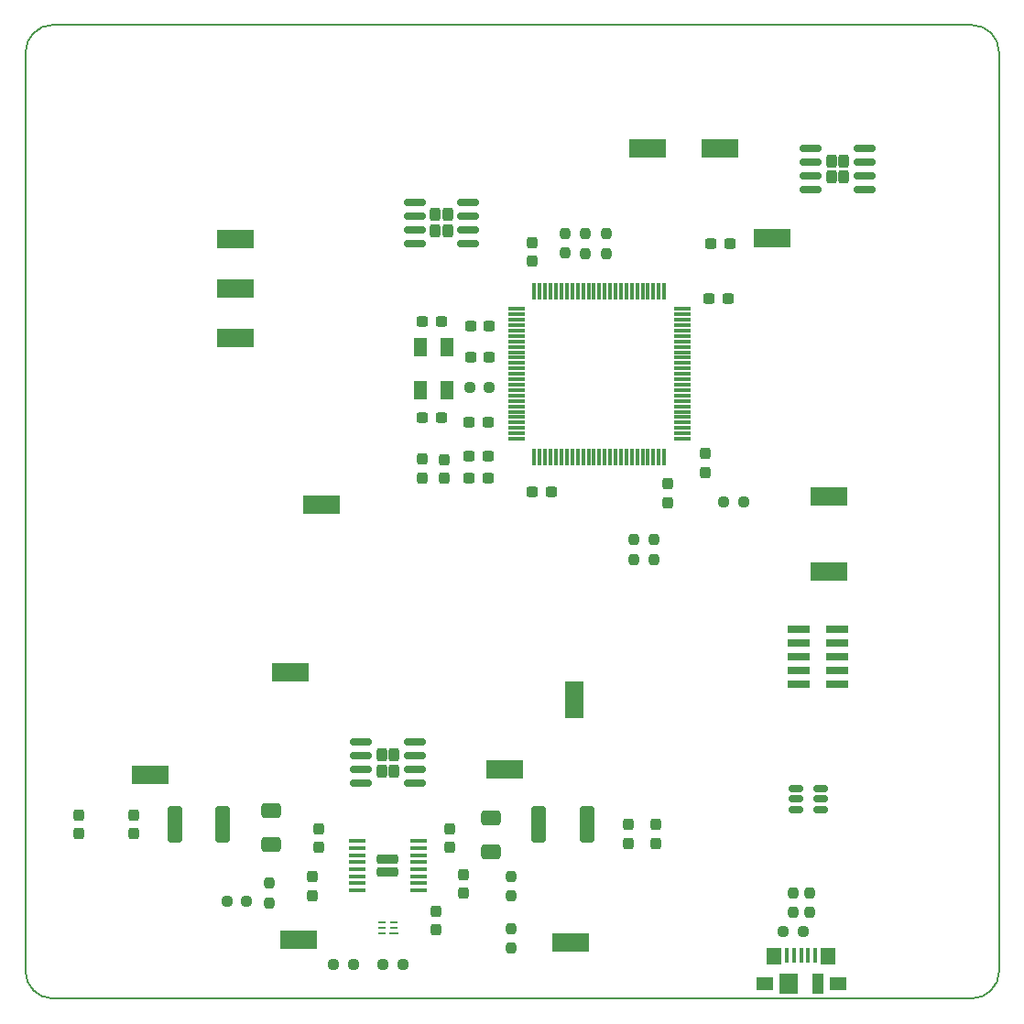
<source format=gbr>
%TF.GenerationSoftware,KiCad,Pcbnew,(6.0.7)*%
%TF.CreationDate,2023-01-26T22:49:43-08:00*%
%TF.ProjectId,FlightComputer,466c6967-6874-4436-9f6d-70757465722e,rev?*%
%TF.SameCoordinates,Original*%
%TF.FileFunction,Paste,Top*%
%TF.FilePolarity,Positive*%
%FSLAX46Y46*%
G04 Gerber Fmt 4.6, Leading zero omitted, Abs format (unit mm)*
G04 Created by KiCad (PCBNEW (6.0.7)) date 2023-01-26 22:49:43*
%MOMM*%
%LPD*%
G01*
G04 APERTURE LIST*
G04 Aperture macros list*
%AMRoundRect*
0 Rectangle with rounded corners*
0 $1 Rounding radius*
0 $2 $3 $4 $5 $6 $7 $8 $9 X,Y pos of 4 corners*
0 Add a 4 corners polygon primitive as box body*
4,1,4,$2,$3,$4,$5,$6,$7,$8,$9,$2,$3,0*
0 Add four circle primitives for the rounded corners*
1,1,$1+$1,$2,$3*
1,1,$1+$1,$4,$5*
1,1,$1+$1,$6,$7*
1,1,$1+$1,$8,$9*
0 Add four rect primitives between the rounded corners*
20,1,$1+$1,$2,$3,$4,$5,0*
20,1,$1+$1,$4,$5,$6,$7,0*
20,1,$1+$1,$6,$7,$8,$9,0*
20,1,$1+$1,$8,$9,$2,$3,0*%
G04 Aperture macros list end*
%TA.AperFunction,Profile*%
%ADD10C,0.200000*%
%TD*%
%ADD11RoundRect,0.150000X-0.825000X-0.150000X0.825000X-0.150000X0.825000X0.150000X-0.825000X0.150000X0*%
%ADD12RoundRect,0.240000X-0.240000X-0.385000X0.240000X-0.385000X0.240000X0.385000X-0.240000X0.385000X0*%
%ADD13R,3.400000X1.800000*%
%ADD14R,1.800000X3.400000*%
%ADD15RoundRect,0.250000X-0.400000X-1.450000X0.400000X-1.450000X0.400000X1.450000X-0.400000X1.450000X0*%
%ADD16RoundRect,0.237500X0.300000X0.237500X-0.300000X0.237500X-0.300000X-0.237500X0.300000X-0.237500X0*%
%ADD17RoundRect,0.237500X-0.300000X-0.237500X0.300000X-0.237500X0.300000X0.237500X-0.300000X0.237500X0*%
%ADD18RoundRect,0.237500X-0.237500X0.300000X-0.237500X-0.300000X0.237500X-0.300000X0.237500X0.300000X0*%
%ADD19RoundRect,0.250000X-0.650000X0.412500X-0.650000X-0.412500X0.650000X-0.412500X0.650000X0.412500X0*%
%ADD20RoundRect,0.237500X-0.250000X-0.237500X0.250000X-0.237500X0.250000X0.237500X-0.250000X0.237500X0*%
%ADD21RoundRect,0.237500X0.237500X-0.300000X0.237500X0.300000X-0.237500X0.300000X-0.237500X-0.300000X0*%
%ADD22RoundRect,0.237500X-0.237500X0.250000X-0.237500X-0.250000X0.237500X-0.250000X0.237500X0.250000X0*%
%ADD23RoundRect,0.237500X0.237500X-0.287500X0.237500X0.287500X-0.237500X0.287500X-0.237500X-0.287500X0*%
%ADD24R,2.100000X0.750000*%
%ADD25RoundRect,0.237500X0.237500X-0.250000X0.237500X0.250000X-0.237500X0.250000X-0.237500X-0.250000X0*%
%ADD26RoundRect,0.237500X0.250000X0.237500X-0.250000X0.237500X-0.250000X-0.237500X0.250000X-0.237500X0*%
%ADD27RoundRect,0.075000X-0.075000X-0.725000X0.075000X-0.725000X0.075000X0.725000X-0.075000X0.725000X0*%
%ADD28RoundRect,0.075000X-0.725000X-0.075000X0.725000X-0.075000X0.725000X0.075000X-0.725000X0.075000X0*%
%ADD29R,1.200000X1.800000*%
%ADD30RoundRect,0.100000X-0.687500X-0.100000X0.687500X-0.100000X0.687500X0.100000X-0.687500X0.100000X0*%
%ADD31RoundRect,0.232500X-0.757500X-0.232500X0.757500X-0.232500X0.757500X0.232500X-0.757500X0.232500X0*%
%ADD32RoundRect,0.237500X-0.237500X0.287500X-0.237500X-0.287500X0.237500X-0.287500X0.237500X0.287500X0*%
%ADD33RoundRect,0.150000X0.512500X0.150000X-0.512500X0.150000X-0.512500X-0.150000X0.512500X-0.150000X0*%
%ADD34R,1.800000X1.900000*%
%ADD35R,1.650000X1.300000*%
%ADD36R,1.425000X1.550000*%
%ADD37R,1.000000X1.900000*%
%ADD38R,0.450000X1.380000*%
%ADD39R,0.750000X0.280000*%
%ADD40R,0.850000X0.280000*%
G04 APERTURE END LIST*
D10*
X227330000Y-148166000D02*
X142410000Y-148166000D01*
X229870000Y-60706000D02*
X229870000Y-145626000D01*
X229870000Y-60706000D02*
G75*
G03*
X227330000Y-58166000I-2540000J0D01*
G01*
X139870000Y-145626000D02*
X139870000Y-60706000D01*
X227330000Y-148166000D02*
G75*
G03*
X229870000Y-145626000I0J2540000D01*
G01*
X139870000Y-145626000D02*
G75*
G03*
X142410000Y-148166000I2540000J0D01*
G01*
X142410000Y-58166000D02*
X227330000Y-58166000D01*
X142410000Y-58166000D02*
G75*
G03*
X139870000Y-60706000I0J-2540000D01*
G01*
D11*
%TO.C,IC4*%
X175830000Y-124460000D03*
X175830000Y-125730000D03*
X175830000Y-127000000D03*
X175830000Y-128270000D03*
X170880000Y-128270000D03*
X170880000Y-127000000D03*
X170880000Y-125730000D03*
X170880000Y-124460000D03*
D12*
X173925000Y-125615000D03*
X172785000Y-125615000D03*
X172785000Y-127115000D03*
X173925000Y-127115000D03*
%TD*%
D13*
%TO.C,TP3*%
X165100000Y-142748000D03*
%TD*%
D14*
%TO.C,TP8*%
X190627000Y-120523000D03*
%TD*%
D15*
%TO.C,L1*%
X158120000Y-132080000D03*
X153670000Y-132080000D03*
%TD*%
D13*
%TO.C,TP13*%
X204089000Y-69596000D03*
%TD*%
D16*
%TO.C,C13*%
X180901000Y-100076000D03*
X182626000Y-100076000D03*
%TD*%
D17*
%TO.C,C23*%
X178308000Y-85598000D03*
X176583000Y-85598000D03*
%TD*%
D18*
%TO.C,C9*%
X179070000Y-134212500D03*
X179070000Y-132487500D03*
%TD*%
D19*
%TO.C,C6*%
X182880000Y-134620000D03*
X182880000Y-131495000D03*
%TD*%
D20*
%TO.C,R14*%
X211732500Y-141986000D03*
X209907500Y-141986000D03*
%TD*%
D13*
%TO.C,TP6*%
X159258000Y-77978000D03*
%TD*%
D21*
%TO.C,C15*%
X178562000Y-98351000D03*
X178562000Y-100076000D03*
%TD*%
D11*
%TO.C,IC3*%
X217424000Y-69584000D03*
X217424000Y-70854000D03*
X217424000Y-72124000D03*
X217424000Y-73394000D03*
X212474000Y-73394000D03*
X212474000Y-72124000D03*
X212474000Y-70854000D03*
X212474000Y-69584000D03*
D12*
X214379000Y-70739000D03*
X215519000Y-72239000D03*
X215519000Y-70739000D03*
X214379000Y-72239000D03*
%TD*%
D22*
%TO.C,R5*%
X184785000Y-138707500D03*
X184785000Y-136882500D03*
%TD*%
D18*
%TO.C,C19*%
X199263000Y-102309000D03*
X199263000Y-100584000D03*
%TD*%
D16*
%TO.C,C17*%
X180901000Y-94869000D03*
X182626000Y-94869000D03*
%TD*%
%TO.C,C22*%
X186716500Y-101346000D03*
X188441500Y-101346000D03*
%TD*%
D18*
%TO.C,C10*%
X198115000Y-133805000D03*
X198115000Y-132080000D03*
%TD*%
D13*
%TO.C,TP2*%
X190246000Y-143002000D03*
%TD*%
D23*
%TO.C,D1*%
X202692000Y-97804000D03*
X202692000Y-99554000D03*
%TD*%
D24*
%TO.C,J2*%
X211306000Y-119126000D03*
X214906000Y-119126000D03*
X211306000Y-117856000D03*
X214906000Y-117856000D03*
X211306000Y-116586000D03*
X214906000Y-116586000D03*
X211306000Y-115316000D03*
X214906000Y-115316000D03*
X211306000Y-114046000D03*
X214906000Y-114046000D03*
%TD*%
D25*
%TO.C,R9*%
X196088000Y-105744000D03*
X196088000Y-107569000D03*
%TD*%
D26*
%TO.C,R11*%
X180928000Y-91694000D03*
X182753000Y-91694000D03*
%TD*%
D13*
%TO.C,TP15*%
X164338000Y-117983000D03*
%TD*%
D21*
%TO.C,C4*%
X166370000Y-136932500D03*
X166370000Y-138657500D03*
%TD*%
D13*
%TO.C,TP10*%
X214122000Y-108712000D03*
%TD*%
D22*
%TO.C,R12*%
X191643000Y-79295000D03*
X191643000Y-77470000D03*
%TD*%
%TO.C,R6*%
X184785000Y-143510000D03*
X184785000Y-141685000D03*
%TD*%
D15*
%TO.C,L2*%
X191770000Y-132080000D03*
X187320000Y-132080000D03*
%TD*%
D13*
%TO.C,TP9*%
X167259000Y-102489000D03*
%TD*%
%TO.C,TP14*%
X208915000Y-77851000D03*
%TD*%
%TO.C,TP11*%
X214122000Y-101727000D03*
%TD*%
%TO.C,TP1*%
X151384000Y-127508000D03*
%TD*%
D26*
%TO.C,R2*%
X158496000Y-139192000D03*
X160321000Y-139192000D03*
%TD*%
D25*
%TO.C,R15*%
X212344000Y-138383000D03*
X212344000Y-140208000D03*
%TD*%
D18*
%TO.C,C1*%
X144780000Y-132942500D03*
X144780000Y-131217500D03*
%TD*%
D17*
%TO.C,C14*%
X204978000Y-78359000D03*
X203253000Y-78359000D03*
%TD*%
D11*
%TO.C,IC2*%
X180783000Y-74549000D03*
X180783000Y-75819000D03*
X180783000Y-77089000D03*
X180783000Y-78359000D03*
X175833000Y-78359000D03*
X175833000Y-77089000D03*
X175833000Y-75819000D03*
X175833000Y-74549000D03*
D12*
X177738000Y-75704000D03*
X177738000Y-77204000D03*
X178878000Y-77204000D03*
X178878000Y-75704000D03*
%TD*%
D21*
%TO.C,C3*%
X167005000Y-132487500D03*
X167005000Y-134212500D03*
%TD*%
D22*
%TO.C,R8*%
X193548000Y-79295000D03*
X193548000Y-77470000D03*
%TD*%
D16*
%TO.C,C21*%
X181028000Y-85979000D03*
X182753000Y-85979000D03*
%TD*%
%TO.C,C24*%
X176583000Y-94488000D03*
X178308000Y-94488000D03*
%TD*%
D22*
%TO.C,R16*%
X210820000Y-140208000D03*
X210820000Y-138383000D03*
%TD*%
D27*
%TO.C,U2*%
X186913000Y-82749000D03*
X187413000Y-82749000D03*
X187913000Y-82749000D03*
X188413000Y-82749000D03*
X188913000Y-82749000D03*
X189413000Y-82749000D03*
X189913000Y-82749000D03*
X190413000Y-82749000D03*
X190913000Y-82749000D03*
X191413000Y-82749000D03*
X191913000Y-82749000D03*
X192413000Y-82749000D03*
X192913000Y-82749000D03*
X193413000Y-82749000D03*
X193913000Y-82749000D03*
X194413000Y-82749000D03*
X194913000Y-82749000D03*
X195413000Y-82749000D03*
X195913000Y-82749000D03*
X196413000Y-82749000D03*
X196913000Y-82749000D03*
X197413000Y-82749000D03*
X197913000Y-82749000D03*
X198413000Y-82749000D03*
X198913000Y-82749000D03*
D28*
X200588000Y-84424000D03*
X200588000Y-84924000D03*
X200588000Y-85424000D03*
X200588000Y-85924000D03*
X200588000Y-86424000D03*
X200588000Y-86924000D03*
X200588000Y-87424000D03*
X200588000Y-87924000D03*
X200588000Y-88424000D03*
X200588000Y-88924000D03*
X200588000Y-89424000D03*
X200588000Y-89924000D03*
X200588000Y-90424000D03*
X200588000Y-90924000D03*
X200588000Y-91424000D03*
X200588000Y-91924000D03*
X200588000Y-92424000D03*
X200588000Y-92924000D03*
X200588000Y-93424000D03*
X200588000Y-93924000D03*
X200588000Y-94424000D03*
X200588000Y-94924000D03*
X200588000Y-95424000D03*
X200588000Y-95924000D03*
X200588000Y-96424000D03*
D27*
X198913000Y-98099000D03*
X198413000Y-98099000D03*
X197913000Y-98099000D03*
X197413000Y-98099000D03*
X196913000Y-98099000D03*
X196413000Y-98099000D03*
X195913000Y-98099000D03*
X195413000Y-98099000D03*
X194913000Y-98099000D03*
X194413000Y-98099000D03*
X193913000Y-98099000D03*
X193413000Y-98099000D03*
X192913000Y-98099000D03*
X192413000Y-98099000D03*
X191913000Y-98099000D03*
X191413000Y-98099000D03*
X190913000Y-98099000D03*
X190413000Y-98099000D03*
X189913000Y-98099000D03*
X189413000Y-98099000D03*
X188913000Y-98099000D03*
X188413000Y-98099000D03*
X187913000Y-98099000D03*
X187413000Y-98099000D03*
X186913000Y-98099000D03*
D28*
X185238000Y-96424000D03*
X185238000Y-95924000D03*
X185238000Y-95424000D03*
X185238000Y-94924000D03*
X185238000Y-94424000D03*
X185238000Y-93924000D03*
X185238000Y-93424000D03*
X185238000Y-92924000D03*
X185238000Y-92424000D03*
X185238000Y-91924000D03*
X185238000Y-91424000D03*
X185238000Y-90924000D03*
X185238000Y-90424000D03*
X185238000Y-89924000D03*
X185238000Y-89424000D03*
X185238000Y-88924000D03*
X185238000Y-88424000D03*
X185238000Y-87924000D03*
X185238000Y-87424000D03*
X185238000Y-86924000D03*
X185238000Y-86424000D03*
X185238000Y-85924000D03*
X185238000Y-85424000D03*
X185238000Y-84924000D03*
X185238000Y-84424000D03*
%TD*%
D21*
%TO.C,C18*%
X186690000Y-78285000D03*
X186690000Y-80010000D03*
%TD*%
D13*
%TO.C,TP4*%
X184150000Y-127000000D03*
%TD*%
D20*
%TO.C,R10*%
X206248000Y-102249000D03*
X204423000Y-102249000D03*
%TD*%
D25*
%TO.C,R13*%
X197993000Y-105744000D03*
X197993000Y-107569000D03*
%TD*%
D29*
%TO.C,Y1*%
X178803000Y-87948000D03*
X178803000Y-91948000D03*
X176403000Y-91948000D03*
X176403000Y-87948000D03*
%TD*%
D18*
%TO.C,C8*%
X180340000Y-138430000D03*
X180340000Y-136705000D03*
%TD*%
D30*
%TO.C,IC1*%
X176217500Y-133615000D03*
X176217500Y-134265000D03*
X176217500Y-134915000D03*
X176217500Y-135565000D03*
X176217500Y-136215000D03*
X176217500Y-136865000D03*
X176217500Y-137515000D03*
X176217500Y-138165000D03*
X170492500Y-138165000D03*
X170492500Y-137515000D03*
X170492500Y-136865000D03*
X170492500Y-136215000D03*
X170492500Y-135565000D03*
X170492500Y-134915000D03*
X170492500Y-134265000D03*
X170492500Y-133615000D03*
D31*
X173355000Y-136470000D03*
X173355000Y-135310000D03*
%TD*%
D13*
%TO.C,TP12*%
X197358000Y-69596000D03*
%TD*%
D25*
%TO.C,R7*%
X189738000Y-77446500D03*
X189738000Y-79271500D03*
%TD*%
D32*
%TO.C,L3*%
X176530000Y-100048000D03*
X176530000Y-98298000D03*
%TD*%
D33*
%TO.C,U3*%
X211079500Y-130680000D03*
X211079500Y-129730000D03*
X211079500Y-128780000D03*
X213354500Y-128780000D03*
X213354500Y-129730000D03*
X213354500Y-130680000D03*
%TD*%
D13*
%TO.C,TP7*%
X159258000Y-82550000D03*
%TD*%
D22*
%TO.C,R1*%
X162447500Y-139342500D03*
X162447500Y-137517500D03*
%TD*%
D20*
%TO.C,R4*%
X174752000Y-145034000D03*
X172927000Y-145034000D03*
%TD*%
D13*
%TO.C,TP5*%
X159258000Y-87122000D03*
%TD*%
D20*
%TO.C,R3*%
X170180000Y-145034000D03*
X168355000Y-145034000D03*
%TD*%
D19*
%TO.C,C5*%
X162560000Y-133935000D03*
X162560000Y-130810000D03*
%TD*%
D16*
%TO.C,C20*%
X181028000Y-88900000D03*
X182753000Y-88900000D03*
%TD*%
%TO.C,C12*%
X180901000Y-98044000D03*
X182626000Y-98044000D03*
%TD*%
D17*
%TO.C,C16*%
X204798000Y-83439000D03*
X203073000Y-83439000D03*
%TD*%
D34*
%TO.C,J3*%
X210432000Y-146805000D03*
D35*
X208207000Y-146805000D03*
D36*
X209094500Y-144230000D03*
D35*
X214957000Y-146805000D03*
D37*
X213132000Y-146805000D03*
D36*
X214069500Y-144230000D03*
D38*
X212882000Y-144145000D03*
X212232000Y-144145000D03*
X211582000Y-144145000D03*
X210932000Y-144145000D03*
X210282000Y-144145000D03*
%TD*%
D39*
%TO.C,U1*%
X172780000Y-142105000D03*
X172780000Y-141605000D03*
X172780000Y-141105000D03*
X173930000Y-141105000D03*
X173930000Y-141605000D03*
D40*
X173880000Y-142105000D03*
%TD*%
D18*
%TO.C,C7*%
X177800000Y-141832500D03*
X177800000Y-140107500D03*
%TD*%
%TO.C,C2*%
X149860000Y-132942500D03*
X149860000Y-131217500D03*
%TD*%
%TO.C,C11*%
X195580000Y-133805000D03*
X195580000Y-132080000D03*
%TD*%
M02*

</source>
